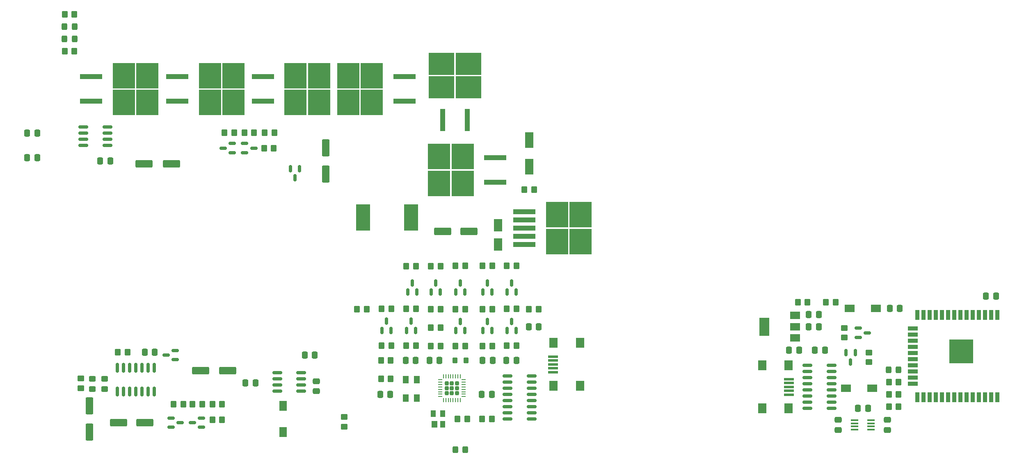
<source format=gbr>
%TF.GenerationSoftware,KiCad,Pcbnew,(6.0.0)*%
%TF.CreationDate,2022-02-25T16:17:33+00:00*%
%TF.ProjectId,ISOpower,49534f70-6f77-4657-922e-6b696361645f,rev?*%
%TF.SameCoordinates,Original*%
%TF.FileFunction,Paste,Top*%
%TF.FilePolarity,Positive*%
%FSLAX46Y46*%
G04 Gerber Fmt 4.6, Leading zero omitted, Abs format (unit mm)*
G04 Created by KiCad (PCBNEW (6.0.0)) date 2022-02-25 16:17:33*
%MOMM*%
%LPD*%
G01*
G04 APERTURE LIST*
G04 Aperture macros list*
%AMRoundRect*
0 Rectangle with rounded corners*
0 $1 Rounding radius*
0 $2 $3 $4 $5 $6 $7 $8 $9 X,Y pos of 4 corners*
0 Add a 4 corners polygon primitive as box body*
4,1,4,$2,$3,$4,$5,$6,$7,$8,$9,$2,$3,0*
0 Add four circle primitives for the rounded corners*
1,1,$1+$1,$2,$3*
1,1,$1+$1,$4,$5*
1,1,$1+$1,$6,$7*
1,1,$1+$1,$8,$9*
0 Add four rect primitives between the rounded corners*
20,1,$1+$1,$2,$3,$4,$5,0*
20,1,$1+$1,$4,$5,$6,$7,0*
20,1,$1+$1,$6,$7,$8,$9,0*
20,1,$1+$1,$8,$9,$2,$3,0*%
G04 Aperture macros list end*
%ADD10R,1.800000X2.500000*%
%ADD11RoundRect,0.250000X-1.500000X-0.550000X1.500000X-0.550000X1.500000X0.550000X-1.500000X0.550000X0*%
%ADD12R,4.550000X5.250000*%
%ADD13R,4.600000X1.100000*%
%ADD14RoundRect,0.150000X0.150000X-0.587500X0.150000X0.587500X-0.150000X0.587500X-0.150000X-0.587500X0*%
%ADD15RoundRect,0.207500X-0.207500X-0.207500X0.207500X-0.207500X0.207500X0.207500X-0.207500X0.207500X0*%
%ADD16RoundRect,0.062500X-0.375000X-0.062500X0.375000X-0.062500X0.375000X0.062500X-0.375000X0.062500X0*%
%ADD17RoundRect,0.062500X-0.062500X-0.375000X0.062500X-0.375000X0.062500X0.375000X-0.062500X0.375000X0*%
%ADD18RoundRect,0.250000X-0.350000X-0.450000X0.350000X-0.450000X0.350000X0.450000X-0.350000X0.450000X0*%
%ADD19R,2.000000X1.600000*%
%ADD20R,2.000000X0.500000*%
%ADD21R,1.700000X2.000000*%
%ADD22RoundRect,0.150000X0.150000X-0.825000X0.150000X0.825000X-0.150000X0.825000X-0.150000X-0.825000X0*%
%ADD23RoundRect,0.250000X0.337500X0.475000X-0.337500X0.475000X-0.337500X-0.475000X0.337500X-0.475000X0*%
%ADD24R,0.900000X2.000000*%
%ADD25R,2.000000X0.900000*%
%ADD26R,5.000000X5.000000*%
%ADD27RoundRect,0.250000X-0.337500X-0.475000X0.337500X-0.475000X0.337500X0.475000X-0.337500X0.475000X0*%
%ADD28RoundRect,0.250000X-0.325000X-0.450000X0.325000X-0.450000X0.325000X0.450000X-0.325000X0.450000X0*%
%ADD29RoundRect,0.250000X0.550000X-1.500000X0.550000X1.500000X-0.550000X1.500000X-0.550000X-1.500000X0*%
%ADD30R,1.600000X0.300000*%
%ADD31RoundRect,0.250000X0.350000X0.450000X-0.350000X0.450000X-0.350000X-0.450000X0.350000X-0.450000X0*%
%ADD32RoundRect,0.150000X-0.825000X-0.150000X0.825000X-0.150000X0.825000X0.150000X-0.825000X0.150000X0*%
%ADD33RoundRect,0.250000X-0.450000X0.325000X-0.450000X-0.325000X0.450000X-0.325000X0.450000X0.325000X0*%
%ADD34RoundRect,0.250000X0.325000X0.450000X-0.325000X0.450000X-0.325000X-0.450000X0.325000X-0.450000X0*%
%ADD35R,1.600000X2.000000*%
%ADD36R,1.300000X1.600000*%
%ADD37RoundRect,0.250000X-0.275000X-0.350000X0.275000X-0.350000X0.275000X0.350000X-0.275000X0.350000X0*%
%ADD38RoundRect,0.250000X-0.550000X1.500000X-0.550000X-1.500000X0.550000X-1.500000X0.550000X1.500000X0*%
%ADD39R,1.200000X1.400000*%
%ADD40R,1.000000X1.400000*%
%ADD41RoundRect,0.250000X0.475000X-0.337500X0.475000X0.337500X-0.475000X0.337500X-0.475000X-0.337500X0*%
%ADD42R,5.250000X4.550000*%
%ADD43R,1.100000X4.600000*%
%ADD44RoundRect,0.250000X-0.450000X0.350000X-0.450000X-0.350000X0.450000X-0.350000X0.450000X0.350000X0*%
%ADD45RoundRect,0.150000X0.825000X0.150000X-0.825000X0.150000X-0.825000X-0.150000X0.825000X-0.150000X0*%
%ADD46RoundRect,0.150000X0.587500X0.150000X-0.587500X0.150000X-0.587500X-0.150000X0.587500X-0.150000X0*%
%ADD47RoundRect,0.250000X-0.475000X0.337500X-0.475000X-0.337500X0.475000X-0.337500X0.475000X0.337500X0*%
%ADD48RoundRect,0.150000X-0.587500X-0.150000X0.587500X-0.150000X0.587500X0.150000X-0.587500X0.150000X0*%
%ADD49R,2.000000X1.500000*%
%ADD50R,2.000000X3.800000*%
%ADD51RoundRect,0.150000X-0.150000X0.587500X-0.150000X-0.587500X0.150000X-0.587500X0.150000X0.587500X0*%
%ADD52RoundRect,0.250000X1.500000X0.550000X-1.500000X0.550000X-1.500000X-0.550000X1.500000X-0.550000X0*%
%ADD53R,2.900000X5.400000*%
%ADD54RoundRect,0.250000X0.450000X-0.350000X0.450000X0.350000X-0.450000X0.350000X-0.450000X-0.350000X0*%
%ADD55R,1.700000X3.300000*%
G04 APERTURE END LIST*
D10*
%TO.C,D3*%
X157184511Y-86699511D03*
X157184511Y-90699511D03*
%TD*%
D11*
%TO.C,C14*%
X84159511Y-73999511D03*
X89759511Y-73999511D03*
%TD*%
D12*
%TO.C,Q4*%
X84794511Y-61299511D03*
X79944511Y-61299511D03*
X84794511Y-55749511D03*
X79944511Y-55749511D03*
D13*
X73219511Y-55984511D03*
X73219511Y-61064511D03*
%TD*%
D14*
%TO.C,Q13*%
X143374511Y-100517011D03*
X145274511Y-100517011D03*
X144324511Y-98642011D03*
%TD*%
D15*
%TO.C,U3*%
X147659511Y-120354511D03*
X147659511Y-119324511D03*
X146629511Y-120354511D03*
X147659511Y-121384511D03*
X146629511Y-119324511D03*
X148689511Y-121384511D03*
X146629511Y-121384511D03*
X148689511Y-120354511D03*
X148689511Y-119324511D03*
D16*
X145222011Y-118604511D03*
X145222011Y-119104511D03*
X145222011Y-119604511D03*
X145222011Y-120104511D03*
X145222011Y-120604511D03*
X145222011Y-121104511D03*
X145222011Y-121604511D03*
X145222011Y-122104511D03*
D17*
X145909511Y-122792011D03*
X146409511Y-122792011D03*
X146909511Y-122792011D03*
X147409511Y-122792011D03*
X147909511Y-122792011D03*
X148409511Y-122792011D03*
X148909511Y-122792011D03*
X149409511Y-122792011D03*
D16*
X150097011Y-122104511D03*
X150097011Y-121604511D03*
X150097011Y-121104511D03*
X150097011Y-120604511D03*
X150097011Y-120104511D03*
X150097011Y-119604511D03*
X150097011Y-119104511D03*
X150097011Y-118604511D03*
D17*
X149409511Y-117917011D03*
X148909511Y-117917011D03*
X148409511Y-117917011D03*
X147909511Y-117917011D03*
X147409511Y-117917011D03*
X146909511Y-117917011D03*
X146409511Y-117917011D03*
X145909511Y-117917011D03*
%TD*%
D12*
%TO.C,Q5*%
X102574511Y-61299511D03*
X97724511Y-55749511D03*
X97724511Y-61299511D03*
X102574511Y-55749511D03*
D13*
X90999511Y-55984511D03*
X90999511Y-61064511D03*
%TD*%
D18*
%TO.C,R15*%
X133164511Y-103989511D03*
X135164511Y-103989511D03*
%TD*%
D19*
%TO.C,SW2*%
X234397500Y-120335000D03*
X228997500Y-120335000D03*
%TD*%
D20*
%TO.C,J20*%
X217252500Y-118502500D03*
X217252500Y-119302500D03*
X217252500Y-120102500D03*
X217252500Y-120902500D03*
X217252500Y-121702500D03*
D21*
X217152500Y-124552500D03*
X211702500Y-115652500D03*
X211702500Y-124552500D03*
X217152500Y-115652500D03*
%TD*%
D22*
%TO.C,U19*%
X78619511Y-121089511D03*
X79889511Y-121089511D03*
X81159511Y-121089511D03*
X82429511Y-121089511D03*
X83699511Y-121089511D03*
X84969511Y-121089511D03*
X86239511Y-121089511D03*
X86239511Y-116139511D03*
X84969511Y-116139511D03*
X83699511Y-116139511D03*
X82429511Y-116139511D03*
X81159511Y-116139511D03*
X79889511Y-116139511D03*
X78619511Y-116139511D03*
%TD*%
D23*
%TO.C,C12*%
X77174511Y-73364511D03*
X75099511Y-73364511D03*
%TD*%
D12*
%TO.C,U10*%
X169359511Y-84489511D03*
X174209511Y-90039511D03*
X169359511Y-90039511D03*
X174209511Y-84489511D03*
D13*
X162634511Y-83864511D03*
X162634511Y-85564511D03*
X162634511Y-87264511D03*
X162634511Y-88964511D03*
X162634511Y-90664511D03*
%TD*%
D18*
%TO.C,R28*%
X133023088Y-118449511D03*
X135023088Y-118449511D03*
%TD*%
D14*
%TO.C,Q10*%
X138294511Y-108404511D03*
X140194511Y-108404511D03*
X139244511Y-106529511D03*
%TD*%
D24*
%TO.C,U1*%
X260262500Y-105252500D03*
X258992500Y-105252500D03*
X257722500Y-105252500D03*
X256452500Y-105252500D03*
X255182500Y-105252500D03*
X253912500Y-105252500D03*
X252642500Y-105252500D03*
X251372500Y-105252500D03*
X250102500Y-105252500D03*
X248832500Y-105252500D03*
X247562500Y-105252500D03*
X246292500Y-105252500D03*
X245022500Y-105252500D03*
X243752500Y-105252500D03*
D25*
X242752500Y-108037500D03*
X242752500Y-109307500D03*
X242752500Y-110577500D03*
X242752500Y-111847500D03*
X242752500Y-113117500D03*
X242752500Y-114387500D03*
X242752500Y-115657500D03*
X242752500Y-116927500D03*
X242752500Y-118197500D03*
X242752500Y-119467500D03*
D24*
X243752500Y-122252500D03*
X245022500Y-122252500D03*
X246292500Y-122252500D03*
X247562500Y-122252500D03*
X248832500Y-122252500D03*
X250102500Y-122252500D03*
X251372500Y-122252500D03*
X252642500Y-122252500D03*
X253912500Y-122252500D03*
X255182500Y-122252500D03*
X256452500Y-122252500D03*
X257722500Y-122252500D03*
X258992500Y-122252500D03*
X260262500Y-122252500D03*
D26*
X252762500Y-112752500D03*
%TD*%
D27*
%TO.C,C25*%
X163524290Y-107654511D03*
X165599290Y-107654511D03*
%TD*%
D28*
%TO.C,D9*%
X237817500Y-116525000D03*
X239867500Y-116525000D03*
%TD*%
D18*
%TO.C,R3a1*%
X109019511Y-67549511D03*
X111019511Y-67549511D03*
%TD*%
D12*
%TO.C,Q1*%
X145034511Y-78044511D03*
X149884511Y-72494511D03*
X145034511Y-72494511D03*
X149884511Y-78044511D03*
D13*
X156609511Y-77809511D03*
X156609511Y-72729511D03*
%TD*%
D29*
%TO.C,C10*%
X121624511Y-76069511D03*
X121624511Y-70669511D03*
%TD*%
D30*
%TO.C,U13*%
X230792500Y-126980000D03*
X230792500Y-127630000D03*
X230792500Y-128280000D03*
X230792500Y-128930000D03*
X234192500Y-128930000D03*
X234192500Y-128280000D03*
X234192500Y-127630000D03*
X234192500Y-126980000D03*
%TD*%
D23*
%TO.C,C18*%
X62104511Y-67649511D03*
X60029511Y-67649511D03*
%TD*%
%TO.C,C29*%
X219327500Y-112482500D03*
X217252500Y-112482500D03*
%TD*%
D31*
%TO.C,R23*%
X150404511Y-111629511D03*
X148404511Y-111629511D03*
%TD*%
D18*
%TO.C,R1*%
X162644511Y-79344511D03*
X164644511Y-79344511D03*
%TD*%
D23*
%TO.C,C4*%
X145119511Y-114639511D03*
X143044511Y-114639511D03*
%TD*%
D18*
%TO.C,R24*%
X237842500Y-124145000D03*
X239842500Y-124145000D03*
%TD*%
D32*
%TO.C,U6*%
X111639511Y-117179511D03*
X111639511Y-118449511D03*
X111639511Y-119719511D03*
X111639511Y-120989511D03*
X116589511Y-120989511D03*
X116589511Y-119719511D03*
X116589511Y-118449511D03*
X116589511Y-117179511D03*
%TD*%
D18*
%TO.C,R1a1*%
X100764511Y-67549511D03*
X102764511Y-67549511D03*
%TD*%
D33*
%TO.C,D5*%
X76014511Y-118469511D03*
X76014511Y-120519511D03*
%TD*%
D34*
%TO.C,D2*%
X150454511Y-133054511D03*
X148404511Y-133054511D03*
%TD*%
D35*
%TO.C,SW1*%
X112844511Y-129409511D03*
X112844511Y-124009511D03*
%TD*%
D31*
%TO.C,R3b1*%
X100239511Y-123694511D03*
X98239511Y-123694511D03*
%TD*%
D19*
%TO.C,SW3*%
X235192500Y-103825000D03*
X229792500Y-103825000D03*
%TD*%
D36*
%TO.C,Y1*%
X138134511Y-118619511D03*
X138134511Y-122419511D03*
X140434511Y-122419511D03*
X140434511Y-118619511D03*
%TD*%
D37*
%TO.C,L1*%
X148294511Y-114639511D03*
X150594511Y-114639511D03*
%TD*%
D18*
%TO.C,R1b1*%
X90254511Y-123694511D03*
X92254511Y-123694511D03*
%TD*%
D38*
%TO.C,C9*%
X72839511Y-124004511D03*
X72839511Y-129404511D03*
%TD*%
D18*
%TO.C,R8*%
X148834511Y-126704511D03*
X150834511Y-126704511D03*
%TD*%
D34*
%TO.C,D6*%
X69784511Y-45589511D03*
X67734511Y-45589511D03*
%TD*%
D11*
%TO.C,C20*%
X145754511Y-87969511D03*
X151154511Y-87969511D03*
%TD*%
D31*
%TO.C,R21*%
X155987697Y-111629511D03*
X153987697Y-111629511D03*
%TD*%
D33*
%TO.C,D7*%
X73474511Y-118469511D03*
X73474511Y-120519511D03*
%TD*%
D14*
%TO.C,Q14*%
X148454511Y-100492011D03*
X150354511Y-100492011D03*
X149404511Y-98617011D03*
%TD*%
D27*
%TO.C,C15*%
X117289511Y-113534511D03*
X119364511Y-113534511D03*
%TD*%
D18*
%TO.C,R19*%
X143324511Y-95119511D03*
X145324511Y-95119511D03*
%TD*%
D23*
%TO.C,C27*%
X233530000Y-124547500D03*
X231455000Y-124547500D03*
%TD*%
D32*
%TO.C,U14*%
X221062500Y-115657500D03*
X221062500Y-116927500D03*
X221062500Y-118197500D03*
X221062500Y-119467500D03*
X221062500Y-120737500D03*
X221062500Y-122007500D03*
X221062500Y-123277500D03*
X221062500Y-124547500D03*
X226012500Y-124547500D03*
X226012500Y-123277500D03*
X226012500Y-122007500D03*
X226012500Y-120737500D03*
X226012500Y-119467500D03*
X226012500Y-118197500D03*
X226012500Y-116927500D03*
X226012500Y-115657500D03*
%TD*%
D31*
%TO.C,R13*%
X145324511Y-107819511D03*
X143324511Y-107819511D03*
%TD*%
%TO.C,R36*%
X155987697Y-104009511D03*
X153987697Y-104009511D03*
%TD*%
%TO.C,R2*%
X226872500Y-102555000D03*
X224872500Y-102555000D03*
%TD*%
D27*
%TO.C,C2*%
X221295000Y-105095000D03*
X223370000Y-105095000D03*
%TD*%
D18*
%TO.C,R27*%
X133054511Y-114639511D03*
X135054511Y-114639511D03*
%TD*%
D14*
%TO.C,Q12*%
X138564511Y-100517011D03*
X140464511Y-100517011D03*
X139514511Y-98642011D03*
%TD*%
D23*
%TO.C,C8*%
X134959511Y-121624511D03*
X132884511Y-121624511D03*
%TD*%
D27*
%TO.C,C3*%
X257892500Y-101285000D03*
X259967500Y-101285000D03*
%TD*%
D12*
%TO.C,Q6*%
X120239511Y-55749511D03*
X115389511Y-61299511D03*
X120239511Y-61299511D03*
X115389511Y-55749511D03*
D13*
X108664511Y-55984511D03*
X108664511Y-61064511D03*
%TD*%
D39*
%TO.C,D4*%
X144029511Y-127804511D03*
D40*
X145749511Y-127804511D03*
X145749511Y-125604511D03*
X143849511Y-125604511D03*
%TD*%
D18*
%TO.C,R31*%
X78714511Y-112899511D03*
X80714511Y-112899511D03*
%TD*%
D27*
%TO.C,C1*%
X238037500Y-103825000D03*
X240112500Y-103825000D03*
%TD*%
D18*
%TO.C,R12*%
X143324511Y-104009511D03*
X145324511Y-104009511D03*
%TD*%
D41*
%TO.C,C26*%
X227412500Y-128992500D03*
X227412500Y-126917500D03*
%TD*%
D31*
%TO.C,R4a1*%
X110924511Y-70724511D03*
X108924511Y-70724511D03*
%TD*%
D23*
%TO.C,C24*%
X155914511Y-121624511D03*
X153839511Y-121624511D03*
%TD*%
D31*
%TO.C,R17*%
X150404511Y-104009511D03*
X148404511Y-104009511D03*
%TD*%
D18*
%TO.C,R29*%
X237842500Y-121605000D03*
X239842500Y-121605000D03*
%TD*%
D27*
%TO.C,C23*%
X158919511Y-114639511D03*
X160994511Y-114639511D03*
%TD*%
D31*
%TO.C,R14*%
X130084511Y-104009511D03*
X128084511Y-104009511D03*
%TD*%
D42*
%TO.C,Q8*%
X145519511Y-53324511D03*
X151069511Y-53324511D03*
X145519511Y-58174511D03*
X151069511Y-58174511D03*
D43*
X145754511Y-64899511D03*
X150834511Y-64899511D03*
%TD*%
D44*
%TO.C,R5*%
X125434511Y-126339511D03*
X125434511Y-128339511D03*
%TD*%
D32*
%TO.C,U8*%
X159154511Y-117814511D03*
X159154511Y-119084511D03*
X159154511Y-120354511D03*
X159154511Y-121624511D03*
X159154511Y-122894511D03*
X159154511Y-124164511D03*
X159154511Y-125434511D03*
X159154511Y-126704511D03*
X164104511Y-126704511D03*
X164104511Y-125434511D03*
X164104511Y-124164511D03*
X164104511Y-122894511D03*
X164104511Y-121624511D03*
X164104511Y-120354511D03*
X164104511Y-119084511D03*
X164104511Y-117814511D03*
%TD*%
D23*
%TO.C,C30*%
X86344511Y-112899511D03*
X84269511Y-112899511D03*
%TD*%
D18*
%TO.C,R22*%
X158968730Y-111609511D03*
X160968730Y-111609511D03*
%TD*%
D23*
%TO.C,C11*%
X107129511Y-119249511D03*
X105054511Y-119249511D03*
%TD*%
D18*
%TO.C,R4b1*%
X98239511Y-126869511D03*
X100239511Y-126869511D03*
%TD*%
%TO.C,R35*%
X163545544Y-104009511D03*
X165545544Y-104009511D03*
%TD*%
D27*
%TO.C,C7*%
X138134511Y-114639511D03*
X140209511Y-114639511D03*
%TD*%
D45*
%TO.C,U7*%
X76584511Y-70189511D03*
X76584511Y-68919511D03*
X76584511Y-67649511D03*
X76584511Y-66379511D03*
X71634511Y-66379511D03*
X71634511Y-67649511D03*
X71634511Y-68919511D03*
X71634511Y-70189511D03*
%TD*%
D31*
%TO.C,R34*%
X69759511Y-50669511D03*
X67759511Y-50669511D03*
%TD*%
D23*
%TO.C,C28*%
X224640000Y-112482500D03*
X222565000Y-112482500D03*
%TD*%
D18*
%TO.C,R38*%
X153987697Y-95094511D03*
X155987697Y-95094511D03*
%TD*%
D46*
%TO.C,U15*%
X96002011Y-128454511D03*
X96002011Y-126554511D03*
X94127011Y-127504511D03*
%TD*%
D47*
%TO.C,C6*%
X237572500Y-126917500D03*
X237572500Y-128992500D03*
%TD*%
D48*
%TO.C,Q20*%
X231555000Y-107955000D03*
X231555000Y-109855000D03*
X233430000Y-108905000D03*
%TD*%
D46*
%TO.C,U16*%
X102337011Y-71674511D03*
X102337011Y-69774511D03*
X100462011Y-70724511D03*
%TD*%
D49*
%TO.C,U2*%
X218472500Y-109935000D03*
X218472500Y-107635000D03*
D50*
X212172500Y-107635000D03*
D49*
X218472500Y-105335000D03*
%TD*%
D27*
%TO.C,C22*%
X154009511Y-114639511D03*
X156084511Y-114639511D03*
%TD*%
D34*
%TO.C,D8*%
X69784511Y-48129511D03*
X67734511Y-48129511D03*
%TD*%
D47*
%TO.C,C17*%
X119719511Y-118914511D03*
X119719511Y-120989511D03*
%TD*%
D18*
%TO.C,R18*%
X138244511Y-95119511D03*
X140244511Y-95119511D03*
%TD*%
D48*
%TO.C,U17*%
X89682011Y-126554511D03*
X89682011Y-128454511D03*
X91557011Y-127504511D03*
%TD*%
D14*
%TO.C,Q16*%
X159018730Y-108424511D03*
X160918730Y-108424511D03*
X159968730Y-106549511D03*
%TD*%
D31*
%TO.C,R16*%
X140244511Y-103989511D03*
X138244511Y-103989511D03*
%TD*%
D14*
%TO.C,Q17*%
X154037697Y-100492011D03*
X155937697Y-100492011D03*
X154987697Y-98617011D03*
%TD*%
D18*
%TO.C,R2b1*%
X94159511Y-123694511D03*
X96159511Y-123694511D03*
%TD*%
D27*
%TO.C,C5*%
X221295000Y-107635000D03*
X223370000Y-107635000D03*
%TD*%
D14*
%TO.C,Q15*%
X154037697Y-108424511D03*
X155937697Y-108424511D03*
X154987697Y-106549511D03*
%TD*%
D51*
%TO.C,Q2*%
X116224511Y-74967011D03*
X114324511Y-74967011D03*
X115274511Y-76842011D03*
%TD*%
%TO.C,Q19*%
X230902500Y-113047500D03*
X229002500Y-113047500D03*
X229952500Y-114922500D03*
%TD*%
D31*
%TO.C,R9*%
X135164511Y-111609511D03*
X133164511Y-111609511D03*
%TD*%
%TO.C,R10*%
X140244511Y-111609511D03*
X138244511Y-111609511D03*
%TD*%
D18*
%TO.C,R11*%
X143324511Y-111629511D03*
X145324511Y-111629511D03*
%TD*%
D14*
%TO.C,Q18*%
X159018730Y-100492011D03*
X160918730Y-100492011D03*
X159968730Y-98617011D03*
%TD*%
%TO.C,Q9*%
X133214511Y-108404511D03*
X135114511Y-108404511D03*
X134164511Y-106529511D03*
%TD*%
D52*
%TO.C,C21*%
X84269511Y-127504511D03*
X78869511Y-127504511D03*
%TD*%
D31*
%TO.C,R32*%
X69759511Y-43049511D03*
X67759511Y-43049511D03*
%TD*%
D18*
%TO.C,R4*%
X153914511Y-126704511D03*
X155914511Y-126704511D03*
%TD*%
D20*
%TO.C,J31*%
X168564511Y-117039511D03*
X168564511Y-116239511D03*
X168564511Y-115439511D03*
X168564511Y-114639511D03*
X168564511Y-113839511D03*
D21*
X168664511Y-119889511D03*
X168664511Y-110989511D03*
X174114511Y-119889511D03*
X174114511Y-110989511D03*
%TD*%
D14*
%TO.C,Q11*%
X148454511Y-108424511D03*
X150354511Y-108424511D03*
X149404511Y-106549511D03*
%TD*%
D18*
%TO.C,R39*%
X158968730Y-95094511D03*
X160968730Y-95094511D03*
%TD*%
D31*
%TO.C,R37*%
X160968730Y-103989511D03*
X158968730Y-103989511D03*
%TD*%
D12*
%TO.C,Q7*%
X131154511Y-55749511D03*
X126304511Y-55749511D03*
X131154511Y-61299511D03*
X126304511Y-61299511D03*
D13*
X137879511Y-61064511D03*
X137879511Y-55984511D03*
%TD*%
D52*
%TO.C,C13*%
X101414511Y-116709511D03*
X95814511Y-116709511D03*
%TD*%
D23*
%TO.C,C16*%
X62104511Y-72729511D03*
X60029511Y-72729511D03*
%TD*%
D44*
%TO.C,R25*%
X233762500Y-112985000D03*
X233762500Y-114985000D03*
%TD*%
%TO.C,R33*%
X71120000Y-118380000D03*
X71120000Y-120380000D03*
%TD*%
D53*
%TO.C,L2*%
X139254511Y-85089511D03*
X129354511Y-85089511D03*
%TD*%
D54*
%TO.C,R26*%
X228682500Y-109905000D03*
X228682500Y-107905000D03*
%TD*%
D18*
%TO.C,R30*%
X237842500Y-119065000D03*
X239842500Y-119065000D03*
%TD*%
D55*
%TO.C,D1*%
X163644511Y-69084511D03*
X163644511Y-74584511D03*
%TD*%
D18*
%TO.C,R3*%
X219062500Y-102555000D03*
X221062500Y-102555000D03*
%TD*%
D48*
%TO.C,U18*%
X104907011Y-69774511D03*
X104907011Y-71674511D03*
X106782011Y-70724511D03*
%TD*%
D46*
%TO.C,Q3*%
X90589511Y-114484511D03*
X90589511Y-112584511D03*
X88714511Y-113534511D03*
%TD*%
D18*
%TO.C,R20*%
X148404511Y-95094511D03*
X150404511Y-95094511D03*
%TD*%
%TO.C,R2a1*%
X104844511Y-67549511D03*
X106844511Y-67549511D03*
%TD*%
M02*

</source>
